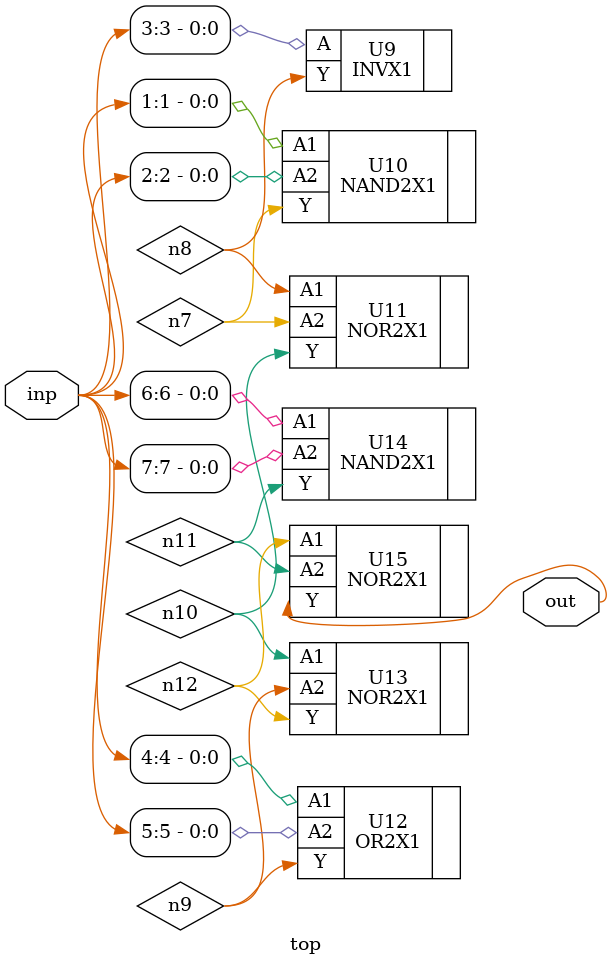
<source format=sv>


module top ( inp, out );
  input [7:0] inp;
  output out;
  wire   n7, n8, n9, n10, n11, n12;

  INVX1 U9 ( .A(inp[3]), .Y(n8) );
  NAND2X1 U10 ( .A1(inp[1]), .A2(inp[2]), .Y(n7) );
  NOR2X1 U11 ( .A1(n8), .A2(n7), .Y(n10) );
  OR2X1 U12 ( .A1(inp[4]), .A2(inp[5]), .Y(n9) );
  NOR2X1 U13 ( .A1(n10), .A2(n9), .Y(n12) );
  NAND2X1 U14 ( .A1(inp[6]), .A2(inp[7]), .Y(n11) );
  NOR2X1 U15 ( .A1(n12), .A2(n11), .Y(out) );
endmodule


</source>
